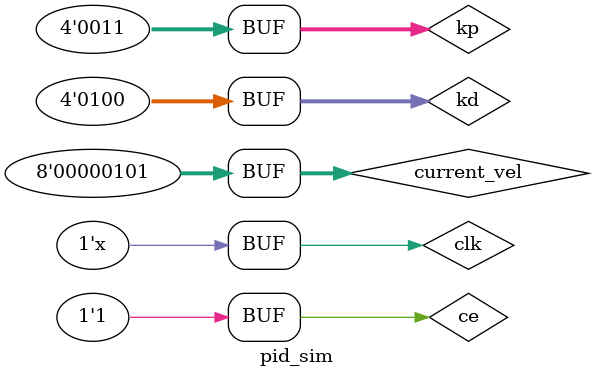
<source format=v>
`timescale 1ns / 1ps


module pid_sim;

	// Inputs
	reg [7:0] current_vel;
	reg [3:0] kp;
	reg [3:0] kd;
	reg clk;
	reg ce;

	// Outputs
	wire [7:0] vel_output;

	// Instantiate the Unit Under Test (UUT)
	pid_controller uut (
		.current_vel(current_vel), 
		.kp(kp), 
		.kd(kd), 
		.clk(clk), 
		.ce(ce), 
		.vel_output(vel_output)
	);

	initial begin
		// Initialize Inputs
		current_vel = 5;
		clk = 0;
		ce = 1;

		// Wait 100 ns for global reset to finish
		
      kp=3;
		kd=4;
		// Add stimulus here

	end
	always begin
	clk=~clk;
	#20;
	end
      
endmodule


</source>
